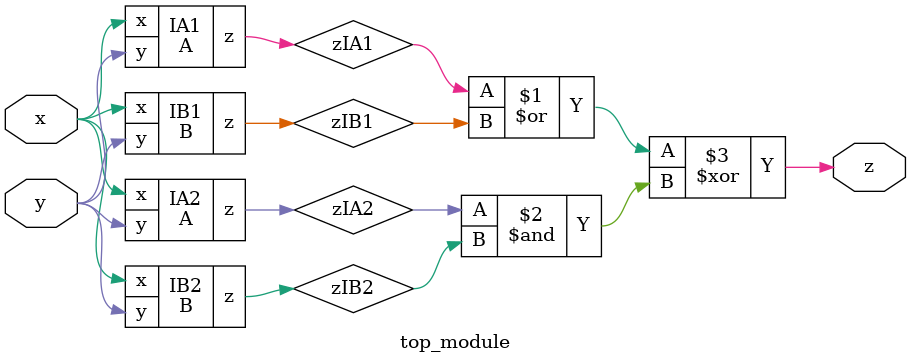
<source format=v>
module B( input x, input y, output z );
    assign z= ~(x^y);
endmodule

module A(input x, input y, output z);
    assign z = (x^y) & x;
endmodule


module top_module (input x, input y, output z);

wire  zIA1, zIB1, zIA2, zIB2;


A IA1(x,y,zIA1);
B IB1(x,y,zIB1);
A IA2(x,y,zIA2);
B IB2(x,y,zIB2);


assign z = (zIA1 | zIB1) ^ (zIA2 & zIB2); 



endmodule

</source>
